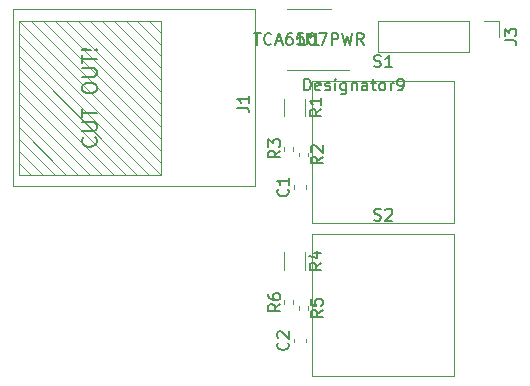
<source format=gbr>
%TF.GenerationSoftware,KiCad,Pcbnew,(5.1.9-0-10_14)*%
%TF.CreationDate,2021-07-01T16:45:12-07:00*%
%TF.ProjectId,vantroller_v5_display,76616e74-726f-46c6-9c65-725f76355f64,rev?*%
%TF.SameCoordinates,Original*%
%TF.FileFunction,Legend,Top*%
%TF.FilePolarity,Positive*%
%FSLAX46Y46*%
G04 Gerber Fmt 4.6, Leading zero omitted, Abs format (unit mm)*
G04 Created by KiCad (PCBNEW (5.1.9-0-10_14)) date 2021-07-01 16:45:12*
%MOMM*%
%LPD*%
G01*
G04 APERTURE LIST*
%ADD10C,0.120000*%
%ADD11C,0.150000*%
G04 APERTURE END LIST*
D10*
%TO.C,U1*%
X75849999Y-30200000D02*
X72150001Y-30200000D01*
X77400001Y-35300000D02*
X72150001Y-35300000D01*
%TO.C,S2*%
X74250000Y-49250000D02*
X74250000Y-61250000D01*
X86250000Y-49250000D02*
X86250000Y-61250000D01*
X74250000Y-61250000D02*
X86250000Y-61250000D01*
X74250000Y-49250000D02*
X86250000Y-49250000D01*
%TO.C,S1*%
X74250000Y-36250000D02*
X74250000Y-48250000D01*
X86250000Y-36250000D02*
X86250000Y-48250000D01*
X74250000Y-48250000D02*
X86250000Y-48250000D01*
X74250000Y-36250000D02*
X86250000Y-36250000D01*
%TO.C,R6*%
X71870000Y-55153641D02*
X71870000Y-54846359D01*
X72630000Y-55153641D02*
X72630000Y-54846359D01*
%TO.C,R5*%
X73880000Y-55346359D02*
X73880000Y-55653641D01*
X73120000Y-55346359D02*
X73120000Y-55653641D01*
%TO.C,R4*%
X73660000Y-50772936D02*
X73660000Y-52227064D01*
X71840000Y-50772936D02*
X71840000Y-52227064D01*
%TO.C,R3*%
X71870000Y-42153641D02*
X71870000Y-41846359D01*
X72630000Y-42153641D02*
X72630000Y-41846359D01*
%TO.C,R2*%
X73880000Y-42346359D02*
X73880000Y-42653641D01*
X73120000Y-42346359D02*
X73120000Y-42653641D01*
%TO.C,R1*%
X73660000Y-37772936D02*
X73660000Y-39227064D01*
X71840000Y-37772936D02*
X71840000Y-39227064D01*
%TO.C,J3*%
X79800000Y-31170000D02*
X79800000Y-33830000D01*
X87480000Y-31170000D02*
X79800000Y-31170000D01*
X87480000Y-33830000D02*
X79800000Y-33830000D01*
X87480000Y-31170000D02*
X87480000Y-33830000D01*
X88750000Y-31170000D02*
X90080000Y-31170000D01*
X90080000Y-31170000D02*
X90080000Y-32500000D01*
%TO.C,J1*%
X61439999Y-31189999D02*
X61439999Y-44189999D01*
X61439999Y-44189999D02*
X49439999Y-44189999D01*
X49439999Y-31189999D02*
X49439999Y-44189999D01*
X61439999Y-31189999D02*
X49439999Y-31189999D01*
X69439999Y-30189999D02*
X69439999Y-45189999D01*
X69439999Y-45189999D02*
X48939999Y-45189999D01*
X48939999Y-30189999D02*
X69439999Y-30189999D01*
X48939999Y-45189999D02*
X48939999Y-30189999D01*
X61439999Y-42189999D02*
X50439999Y-31189999D01*
X61439999Y-41189999D02*
X61439999Y-42189999D01*
X51439999Y-31189999D02*
X61439999Y-41189999D01*
X52439999Y-31189999D02*
X51439999Y-31189999D01*
X61439999Y-40189999D02*
X52439999Y-31189999D01*
X61439999Y-39189999D02*
X61439999Y-40189999D01*
X53439999Y-31189999D02*
X61439999Y-39189999D01*
X54439999Y-31189999D02*
X53439999Y-31189999D01*
X61439999Y-38189999D02*
X54439999Y-31189999D01*
X61439999Y-37189999D02*
X61439999Y-38189999D01*
X55439999Y-31189999D02*
X61439999Y-37189999D01*
X56439999Y-31189999D02*
X55439999Y-31189999D01*
X61439999Y-36189999D02*
X56439999Y-31189999D01*
X61439999Y-35189999D02*
X61439999Y-36189999D01*
X57439999Y-31189999D02*
X61439999Y-35189999D01*
X58439999Y-31189999D02*
X57439999Y-31189999D01*
X61439999Y-34189999D02*
X58439999Y-31189999D01*
X61439999Y-33189999D02*
X61439999Y-34189999D01*
X59439999Y-31189999D02*
X61439999Y-33189999D01*
X60439999Y-31189999D02*
X59439999Y-31189999D01*
X61439999Y-32189999D02*
X60439999Y-31189999D01*
X49439999Y-31189999D02*
X61439999Y-43189999D01*
X49439999Y-43189999D02*
X50439999Y-44189999D01*
X49439999Y-42189999D02*
X49439999Y-43189999D01*
X51439999Y-44189999D02*
X49439999Y-42189999D01*
X50939999Y-44189999D02*
X51439999Y-44189999D01*
X52439999Y-44189999D02*
X50939999Y-44189999D01*
X49439999Y-41189999D02*
X52439999Y-44189999D01*
X49439999Y-40189999D02*
X49439999Y-41189999D01*
X53439999Y-44189999D02*
X49439999Y-40189999D01*
X54439999Y-44189999D02*
X53439999Y-44189999D01*
X49439999Y-39189999D02*
X54439999Y-44189999D01*
X49439999Y-38189999D02*
X49439999Y-39189999D01*
X55439999Y-44189999D02*
X49439999Y-38189999D01*
X54939999Y-44189999D02*
X55439999Y-44189999D01*
X56439999Y-44189999D02*
X54939999Y-44189999D01*
X49439999Y-37189999D02*
X56439999Y-44189999D01*
X49439999Y-36189999D02*
X49439999Y-37189999D01*
X57439999Y-44189999D02*
X49439999Y-36189999D01*
X58439999Y-44189999D02*
X57439999Y-44189999D01*
X49439999Y-35189999D02*
X58439999Y-44189999D01*
X49439999Y-35689999D02*
X49439999Y-35189999D01*
X49439999Y-34189999D02*
X49439999Y-35689999D01*
X59439999Y-44189999D02*
X49439999Y-34189999D01*
X58939999Y-44189999D02*
X59439999Y-44189999D01*
X60439999Y-44189999D02*
X58939999Y-44189999D01*
X49439999Y-33189999D02*
X60439999Y-44189999D01*
X49439999Y-32189999D02*
X49439999Y-33189999D01*
X61439999Y-44189999D02*
X49439999Y-32189999D01*
%TO.C,C2*%
X72740000Y-58390580D02*
X72740000Y-58109420D01*
X73760000Y-58390580D02*
X73760000Y-58109420D01*
%TO.C,C1*%
X72740000Y-45390580D02*
X72740000Y-45109420D01*
X73760000Y-45390580D02*
X73760000Y-45109420D01*
%TO.C,U1*%
D11*
X73238095Y-32202380D02*
X73238095Y-33011904D01*
X73285714Y-33107142D01*
X73333333Y-33154761D01*
X73428571Y-33202380D01*
X73619047Y-33202380D01*
X73714285Y-33154761D01*
X73761904Y-33107142D01*
X73809523Y-33011904D01*
X73809523Y-32202380D01*
X74809523Y-33202380D02*
X74238095Y-33202380D01*
X74523809Y-33202380D02*
X74523809Y-32202380D01*
X74428571Y-32345238D01*
X74333333Y-32440476D01*
X74238095Y-32488095D01*
X69309523Y-32202380D02*
X69880952Y-32202380D01*
X69595238Y-33202380D02*
X69595238Y-32202380D01*
X70785714Y-33107142D02*
X70738095Y-33154761D01*
X70595238Y-33202380D01*
X70500000Y-33202380D01*
X70357142Y-33154761D01*
X70261904Y-33059523D01*
X70214285Y-32964285D01*
X70166666Y-32773809D01*
X70166666Y-32630952D01*
X70214285Y-32440476D01*
X70261904Y-32345238D01*
X70357142Y-32250000D01*
X70500000Y-32202380D01*
X70595238Y-32202380D01*
X70738095Y-32250000D01*
X70785714Y-32297619D01*
X71166666Y-32916666D02*
X71642857Y-32916666D01*
X71071428Y-33202380D02*
X71404761Y-32202380D01*
X71738095Y-33202380D01*
X72500000Y-32202380D02*
X72309523Y-32202380D01*
X72214285Y-32250000D01*
X72166666Y-32297619D01*
X72071428Y-32440476D01*
X72023809Y-32630952D01*
X72023809Y-33011904D01*
X72071428Y-33107142D01*
X72119047Y-33154761D01*
X72214285Y-33202380D01*
X72404761Y-33202380D01*
X72500000Y-33154761D01*
X72547619Y-33107142D01*
X72595238Y-33011904D01*
X72595238Y-32773809D01*
X72547619Y-32678571D01*
X72500000Y-32630952D01*
X72404761Y-32583333D01*
X72214285Y-32583333D01*
X72119047Y-32630952D01*
X72071428Y-32678571D01*
X72023809Y-32773809D01*
X73500000Y-32202380D02*
X73023809Y-32202380D01*
X72976190Y-32678571D01*
X73023809Y-32630952D01*
X73119047Y-32583333D01*
X73357142Y-32583333D01*
X73452380Y-32630952D01*
X73500000Y-32678571D01*
X73547619Y-32773809D01*
X73547619Y-33011904D01*
X73500000Y-33107142D01*
X73452380Y-33154761D01*
X73357142Y-33202380D01*
X73119047Y-33202380D01*
X73023809Y-33154761D01*
X72976190Y-33107142D01*
X74166666Y-32202380D02*
X74261904Y-32202380D01*
X74357142Y-32250000D01*
X74404761Y-32297619D01*
X74452380Y-32392857D01*
X74500000Y-32583333D01*
X74500000Y-32821428D01*
X74452380Y-33011904D01*
X74404761Y-33107142D01*
X74357142Y-33154761D01*
X74261904Y-33202380D01*
X74166666Y-33202380D01*
X74071428Y-33154761D01*
X74023809Y-33107142D01*
X73976190Y-33011904D01*
X73928571Y-32821428D01*
X73928571Y-32583333D01*
X73976190Y-32392857D01*
X74023809Y-32297619D01*
X74071428Y-32250000D01*
X74166666Y-32202380D01*
X74833333Y-32202380D02*
X75500000Y-32202380D01*
X75071428Y-33202380D01*
X75880952Y-33202380D02*
X75880952Y-32202380D01*
X76261904Y-32202380D01*
X76357142Y-32250000D01*
X76404761Y-32297619D01*
X76452380Y-32392857D01*
X76452380Y-32535714D01*
X76404761Y-32630952D01*
X76357142Y-32678571D01*
X76261904Y-32726190D01*
X75880952Y-32726190D01*
X76785714Y-32202380D02*
X77023809Y-33202380D01*
X77214285Y-32488095D01*
X77404761Y-33202380D01*
X77642857Y-32202380D01*
X78595238Y-33202380D02*
X78261904Y-32726190D01*
X78023809Y-33202380D02*
X78023809Y-32202380D01*
X78404761Y-32202380D01*
X78500000Y-32250000D01*
X78547619Y-32297619D01*
X78595238Y-32392857D01*
X78595238Y-32535714D01*
X78547619Y-32630952D01*
X78500000Y-32678571D01*
X78404761Y-32726190D01*
X78023809Y-32726190D01*
X74000000Y-32202380D02*
X74000000Y-32440476D01*
X73761904Y-32345238D02*
X74000000Y-32440476D01*
X74238095Y-32345238D01*
X73857142Y-32630952D02*
X74000000Y-32440476D01*
X74142857Y-32630952D01*
X73544914Y-37063180D02*
X73544914Y-36063180D01*
X73783009Y-36063180D01*
X73925866Y-36110800D01*
X74021104Y-36206038D01*
X74068723Y-36301276D01*
X74116342Y-36491752D01*
X74116342Y-36634609D01*
X74068723Y-36825085D01*
X74021104Y-36920323D01*
X73925866Y-37015561D01*
X73783009Y-37063180D01*
X73544914Y-37063180D01*
X74925866Y-37015561D02*
X74830628Y-37063180D01*
X74640152Y-37063180D01*
X74544914Y-37015561D01*
X74497295Y-36920323D01*
X74497295Y-36539371D01*
X74544914Y-36444133D01*
X74640152Y-36396514D01*
X74830628Y-36396514D01*
X74925866Y-36444133D01*
X74973485Y-36539371D01*
X74973485Y-36634609D01*
X74497295Y-36729847D01*
X75354438Y-37015561D02*
X75449676Y-37063180D01*
X75640152Y-37063180D01*
X75735390Y-37015561D01*
X75783009Y-36920323D01*
X75783009Y-36872704D01*
X75735390Y-36777466D01*
X75640152Y-36729847D01*
X75497295Y-36729847D01*
X75402057Y-36682228D01*
X75354438Y-36586990D01*
X75354438Y-36539371D01*
X75402057Y-36444133D01*
X75497295Y-36396514D01*
X75640152Y-36396514D01*
X75735390Y-36444133D01*
X76211580Y-37063180D02*
X76211580Y-36396514D01*
X76211580Y-36063180D02*
X76163961Y-36110800D01*
X76211580Y-36158419D01*
X76259200Y-36110800D01*
X76211580Y-36063180D01*
X76211580Y-36158419D01*
X77116342Y-36396514D02*
X77116342Y-37206038D01*
X77068723Y-37301276D01*
X77021104Y-37348895D01*
X76925866Y-37396514D01*
X76783009Y-37396514D01*
X76687771Y-37348895D01*
X77116342Y-37015561D02*
X77021104Y-37063180D01*
X76830628Y-37063180D01*
X76735390Y-37015561D01*
X76687771Y-36967942D01*
X76640152Y-36872704D01*
X76640152Y-36586990D01*
X76687771Y-36491752D01*
X76735390Y-36444133D01*
X76830628Y-36396514D01*
X77021104Y-36396514D01*
X77116342Y-36444133D01*
X77592533Y-36396514D02*
X77592533Y-37063180D01*
X77592533Y-36491752D02*
X77640152Y-36444133D01*
X77735390Y-36396514D01*
X77878247Y-36396514D01*
X77973485Y-36444133D01*
X78021104Y-36539371D01*
X78021104Y-37063180D01*
X78925866Y-37063180D02*
X78925866Y-36539371D01*
X78878247Y-36444133D01*
X78783009Y-36396514D01*
X78592533Y-36396514D01*
X78497295Y-36444133D01*
X78925866Y-37015561D02*
X78830628Y-37063180D01*
X78592533Y-37063180D01*
X78497295Y-37015561D01*
X78449676Y-36920323D01*
X78449676Y-36825085D01*
X78497295Y-36729847D01*
X78592533Y-36682228D01*
X78830628Y-36682228D01*
X78925866Y-36634609D01*
X79259200Y-36396514D02*
X79640152Y-36396514D01*
X79402057Y-36063180D02*
X79402057Y-36920323D01*
X79449676Y-37015561D01*
X79544914Y-37063180D01*
X79640152Y-37063180D01*
X80116342Y-37063180D02*
X80021104Y-37015561D01*
X79973485Y-36967942D01*
X79925866Y-36872704D01*
X79925866Y-36586990D01*
X79973485Y-36491752D01*
X80021104Y-36444133D01*
X80116342Y-36396514D01*
X80259200Y-36396514D01*
X80354438Y-36444133D01*
X80402057Y-36491752D01*
X80449676Y-36586990D01*
X80449676Y-36872704D01*
X80402057Y-36967942D01*
X80354438Y-37015561D01*
X80259200Y-37063180D01*
X80116342Y-37063180D01*
X80878247Y-37063180D02*
X80878247Y-36396514D01*
X80878247Y-36586990D02*
X80925866Y-36491752D01*
X80973485Y-36444133D01*
X81068723Y-36396514D01*
X81163961Y-36396514D01*
X81544914Y-37063180D02*
X81735390Y-37063180D01*
X81830628Y-37015561D01*
X81878247Y-36967942D01*
X81973485Y-36825085D01*
X82021104Y-36634609D01*
X82021104Y-36253657D01*
X81973485Y-36158419D01*
X81925866Y-36110800D01*
X81830628Y-36063180D01*
X81640152Y-36063180D01*
X81544914Y-36110800D01*
X81497295Y-36158419D01*
X81449676Y-36253657D01*
X81449676Y-36491752D01*
X81497295Y-36586990D01*
X81544914Y-36634609D01*
X81640152Y-36682228D01*
X81830628Y-36682228D01*
X81925866Y-36634609D01*
X81973485Y-36586990D01*
X82021104Y-36491752D01*
%TO.C,S2*%
X79488095Y-48034761D02*
X79630952Y-48082380D01*
X79869047Y-48082380D01*
X79964285Y-48034761D01*
X80011904Y-47987142D01*
X80059523Y-47891904D01*
X80059523Y-47796666D01*
X80011904Y-47701428D01*
X79964285Y-47653809D01*
X79869047Y-47606190D01*
X79678571Y-47558571D01*
X79583333Y-47510952D01*
X79535714Y-47463333D01*
X79488095Y-47368095D01*
X79488095Y-47272857D01*
X79535714Y-47177619D01*
X79583333Y-47130000D01*
X79678571Y-47082380D01*
X79916666Y-47082380D01*
X80059523Y-47130000D01*
X80440476Y-47177619D02*
X80488095Y-47130000D01*
X80583333Y-47082380D01*
X80821428Y-47082380D01*
X80916666Y-47130000D01*
X80964285Y-47177619D01*
X81011904Y-47272857D01*
X81011904Y-47368095D01*
X80964285Y-47510952D01*
X80392857Y-48082380D01*
X81011904Y-48082380D01*
%TO.C,S1*%
X79488095Y-35034761D02*
X79630952Y-35082380D01*
X79869047Y-35082380D01*
X79964285Y-35034761D01*
X80011904Y-34987142D01*
X80059523Y-34891904D01*
X80059523Y-34796666D01*
X80011904Y-34701428D01*
X79964285Y-34653809D01*
X79869047Y-34606190D01*
X79678571Y-34558571D01*
X79583333Y-34510952D01*
X79535714Y-34463333D01*
X79488095Y-34368095D01*
X79488095Y-34272857D01*
X79535714Y-34177619D01*
X79583333Y-34130000D01*
X79678571Y-34082380D01*
X79916666Y-34082380D01*
X80059523Y-34130000D01*
X81011904Y-35082380D02*
X80440476Y-35082380D01*
X80726190Y-35082380D02*
X80726190Y-34082380D01*
X80630952Y-34225238D01*
X80535714Y-34320476D01*
X80440476Y-34368095D01*
%TO.C,R6*%
X71532380Y-55166666D02*
X71056190Y-55500000D01*
X71532380Y-55738095D02*
X70532380Y-55738095D01*
X70532380Y-55357142D01*
X70580000Y-55261904D01*
X70627619Y-55214285D01*
X70722857Y-55166666D01*
X70865714Y-55166666D01*
X70960952Y-55214285D01*
X71008571Y-55261904D01*
X71056190Y-55357142D01*
X71056190Y-55738095D01*
X70532380Y-54309523D02*
X70532380Y-54500000D01*
X70580000Y-54595238D01*
X70627619Y-54642857D01*
X70770476Y-54738095D01*
X70960952Y-54785714D01*
X71341904Y-54785714D01*
X71437142Y-54738095D01*
X71484761Y-54690476D01*
X71532380Y-54595238D01*
X71532380Y-54404761D01*
X71484761Y-54309523D01*
X71437142Y-54261904D01*
X71341904Y-54214285D01*
X71103809Y-54214285D01*
X71008571Y-54261904D01*
X70960952Y-54309523D01*
X70913333Y-54404761D01*
X70913333Y-54595238D01*
X70960952Y-54690476D01*
X71008571Y-54738095D01*
X71103809Y-54785714D01*
%TO.C,R5*%
X75122380Y-55666666D02*
X74646190Y-56000000D01*
X75122380Y-56238095D02*
X74122380Y-56238095D01*
X74122380Y-55857142D01*
X74170000Y-55761904D01*
X74217619Y-55714285D01*
X74312857Y-55666666D01*
X74455714Y-55666666D01*
X74550952Y-55714285D01*
X74598571Y-55761904D01*
X74646190Y-55857142D01*
X74646190Y-56238095D01*
X74122380Y-54761904D02*
X74122380Y-55238095D01*
X74598571Y-55285714D01*
X74550952Y-55238095D01*
X74503333Y-55142857D01*
X74503333Y-54904761D01*
X74550952Y-54809523D01*
X74598571Y-54761904D01*
X74693809Y-54714285D01*
X74931904Y-54714285D01*
X75027142Y-54761904D01*
X75074761Y-54809523D01*
X75122380Y-54904761D01*
X75122380Y-55142857D01*
X75074761Y-55238095D01*
X75027142Y-55285714D01*
%TO.C,R4*%
X75022380Y-51666666D02*
X74546190Y-52000000D01*
X75022380Y-52238095D02*
X74022380Y-52238095D01*
X74022380Y-51857142D01*
X74070000Y-51761904D01*
X74117619Y-51714285D01*
X74212857Y-51666666D01*
X74355714Y-51666666D01*
X74450952Y-51714285D01*
X74498571Y-51761904D01*
X74546190Y-51857142D01*
X74546190Y-52238095D01*
X74355714Y-50809523D02*
X75022380Y-50809523D01*
X73974761Y-51047619D02*
X74689047Y-51285714D01*
X74689047Y-50666666D01*
%TO.C,R3*%
X71532380Y-42166666D02*
X71056190Y-42500000D01*
X71532380Y-42738095D02*
X70532380Y-42738095D01*
X70532380Y-42357142D01*
X70580000Y-42261904D01*
X70627619Y-42214285D01*
X70722857Y-42166666D01*
X70865714Y-42166666D01*
X70960952Y-42214285D01*
X71008571Y-42261904D01*
X71056190Y-42357142D01*
X71056190Y-42738095D01*
X70532380Y-41833333D02*
X70532380Y-41214285D01*
X70913333Y-41547619D01*
X70913333Y-41404761D01*
X70960952Y-41309523D01*
X71008571Y-41261904D01*
X71103809Y-41214285D01*
X71341904Y-41214285D01*
X71437142Y-41261904D01*
X71484761Y-41309523D01*
X71532380Y-41404761D01*
X71532380Y-41690476D01*
X71484761Y-41785714D01*
X71437142Y-41833333D01*
%TO.C,R2*%
X75122380Y-42666666D02*
X74646190Y-43000000D01*
X75122380Y-43238095D02*
X74122380Y-43238095D01*
X74122380Y-42857142D01*
X74170000Y-42761904D01*
X74217619Y-42714285D01*
X74312857Y-42666666D01*
X74455714Y-42666666D01*
X74550952Y-42714285D01*
X74598571Y-42761904D01*
X74646190Y-42857142D01*
X74646190Y-43238095D01*
X74217619Y-42285714D02*
X74170000Y-42238095D01*
X74122380Y-42142857D01*
X74122380Y-41904761D01*
X74170000Y-41809523D01*
X74217619Y-41761904D01*
X74312857Y-41714285D01*
X74408095Y-41714285D01*
X74550952Y-41761904D01*
X75122380Y-42333333D01*
X75122380Y-41714285D01*
%TO.C,R1*%
X75022380Y-38666666D02*
X74546190Y-39000000D01*
X75022380Y-39238095D02*
X74022380Y-39238095D01*
X74022380Y-38857142D01*
X74070000Y-38761904D01*
X74117619Y-38714285D01*
X74212857Y-38666666D01*
X74355714Y-38666666D01*
X74450952Y-38714285D01*
X74498571Y-38761904D01*
X74546190Y-38857142D01*
X74546190Y-39238095D01*
X75022380Y-37714285D02*
X75022380Y-38285714D01*
X75022380Y-38000000D02*
X74022380Y-38000000D01*
X74165238Y-38095238D01*
X74260476Y-38190476D01*
X74308095Y-38285714D01*
%TO.C,J3*%
X90532380Y-32833333D02*
X91246666Y-32833333D01*
X91389523Y-32880952D01*
X91484761Y-32976190D01*
X91532380Y-33119047D01*
X91532380Y-33214285D01*
X90532380Y-32452380D02*
X90532380Y-31833333D01*
X90913333Y-32166666D01*
X90913333Y-32023809D01*
X90960952Y-31928571D01*
X91008571Y-31880952D01*
X91103809Y-31833333D01*
X91341904Y-31833333D01*
X91437142Y-31880952D01*
X91484761Y-31928571D01*
X91532380Y-32023809D01*
X91532380Y-32309523D01*
X91484761Y-32404761D01*
X91437142Y-32452380D01*
%TO.C,J1*%
X67892379Y-38523332D02*
X68606665Y-38523332D01*
X68749522Y-38570951D01*
X68844760Y-38666189D01*
X68892379Y-38809046D01*
X68892379Y-38904284D01*
X68892379Y-37523332D02*
X68892379Y-38094760D01*
X68892379Y-37809046D02*
X67892379Y-37809046D01*
X68035237Y-37904284D01*
X68130475Y-37999522D01*
X68178094Y-38094760D01*
X55893570Y-41046427D02*
X55954046Y-41106903D01*
X56014522Y-41288332D01*
X56014522Y-41409284D01*
X55954046Y-41590713D01*
X55833094Y-41711665D01*
X55712141Y-41772141D01*
X55470237Y-41832618D01*
X55288808Y-41832618D01*
X55046903Y-41772141D01*
X54925951Y-41711665D01*
X54804999Y-41590713D01*
X54744522Y-41409284D01*
X54744522Y-41288332D01*
X54804999Y-41106903D01*
X54865475Y-41046427D01*
X54744522Y-40502141D02*
X55772618Y-40502141D01*
X55893570Y-40441665D01*
X55954046Y-40381189D01*
X56014522Y-40260237D01*
X56014522Y-40018332D01*
X55954046Y-39897379D01*
X55893570Y-39836903D01*
X55772618Y-39776427D01*
X54744522Y-39776427D01*
X54744522Y-39353094D02*
X54744522Y-38627379D01*
X56014522Y-38990237D02*
X54744522Y-38990237D01*
X54744522Y-36994522D02*
X54744522Y-36752618D01*
X54804999Y-36631665D01*
X54925951Y-36510713D01*
X55167856Y-36450237D01*
X55591189Y-36450237D01*
X55833094Y-36510713D01*
X55954046Y-36631665D01*
X56014522Y-36752618D01*
X56014522Y-36994522D01*
X55954046Y-37115475D01*
X55833094Y-37236427D01*
X55591189Y-37296903D01*
X55167856Y-37296903D01*
X54925951Y-37236427D01*
X54804999Y-37115475D01*
X54744522Y-36994522D01*
X54744522Y-35905951D02*
X55772618Y-35905951D01*
X55893570Y-35845475D01*
X55954046Y-35784999D01*
X56014522Y-35664046D01*
X56014522Y-35422141D01*
X55954046Y-35301189D01*
X55893570Y-35240713D01*
X55772618Y-35180237D01*
X54744522Y-35180237D01*
X54744522Y-34756903D02*
X54744522Y-34031189D01*
X56014522Y-34394046D02*
X54744522Y-34394046D01*
X55893570Y-33607856D02*
X55954046Y-33547379D01*
X56014522Y-33607856D01*
X55954046Y-33668332D01*
X55893570Y-33607856D01*
X56014522Y-33607856D01*
X55530713Y-33607856D02*
X54804999Y-33668332D01*
X54744522Y-33607856D01*
X54804999Y-33547379D01*
X55530713Y-33607856D01*
X54744522Y-33607856D01*
%TO.C,C2*%
X72177142Y-58416666D02*
X72224761Y-58464285D01*
X72272380Y-58607142D01*
X72272380Y-58702380D01*
X72224761Y-58845238D01*
X72129523Y-58940476D01*
X72034285Y-58988095D01*
X71843809Y-59035714D01*
X71700952Y-59035714D01*
X71510476Y-58988095D01*
X71415238Y-58940476D01*
X71320000Y-58845238D01*
X71272380Y-58702380D01*
X71272380Y-58607142D01*
X71320000Y-58464285D01*
X71367619Y-58416666D01*
X71367619Y-58035714D02*
X71320000Y-57988095D01*
X71272380Y-57892857D01*
X71272380Y-57654761D01*
X71320000Y-57559523D01*
X71367619Y-57511904D01*
X71462857Y-57464285D01*
X71558095Y-57464285D01*
X71700952Y-57511904D01*
X72272380Y-58083333D01*
X72272380Y-57464285D01*
%TO.C,C1*%
X72177142Y-45416666D02*
X72224761Y-45464285D01*
X72272380Y-45607142D01*
X72272380Y-45702380D01*
X72224761Y-45845238D01*
X72129523Y-45940476D01*
X72034285Y-45988095D01*
X71843809Y-46035714D01*
X71700952Y-46035714D01*
X71510476Y-45988095D01*
X71415238Y-45940476D01*
X71320000Y-45845238D01*
X71272380Y-45702380D01*
X71272380Y-45607142D01*
X71320000Y-45464285D01*
X71367619Y-45416666D01*
X72272380Y-44464285D02*
X72272380Y-45035714D01*
X72272380Y-44750000D02*
X71272380Y-44750000D01*
X71415238Y-44845238D01*
X71510476Y-44940476D01*
X71558095Y-45035714D01*
%TD*%
M02*

</source>
